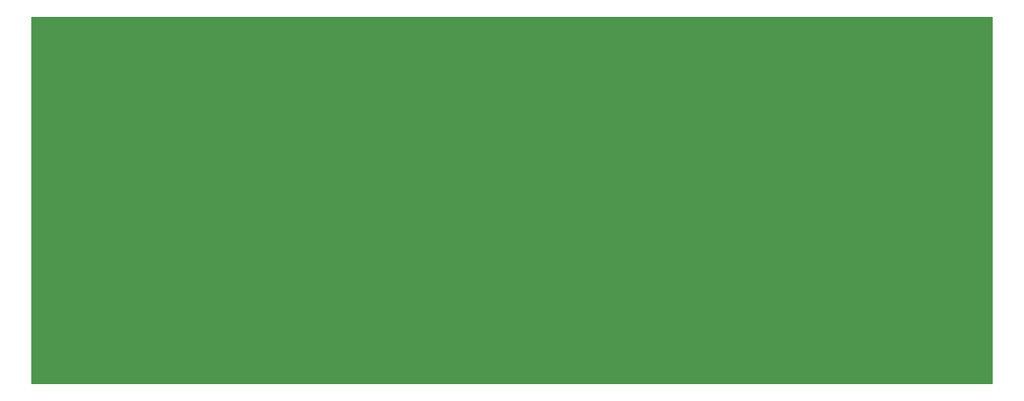
<source format=gbl>
G04 ===== Begin FILE IDENTIFICATION =====*
G04 File Format:  Gerber RS274X*
G04 ===== End FILE IDENTIFICATION =====*
%FSLAX24Y24*%
%MOIN*%
%SFA1.0000B1.0000*%
%OFA0.0B0.0*%
%ADD14C,0.055118*%
%LNcond2*%
%IPPOS*%
%LPD*%
G75*
D14*
X4612Y9378D03*
X3789Y8317D03*
X2613Y8192D03*
X1532Y8891D03*
X442Y8871D03*
X5597Y10364D03*
X6917Y11100D03*
X8160Y11875D03*
X9681Y12009D03*
X10953Y11999D03*
X11431Y10947D03*
X10943Y8374D03*
X11259Y9751D03*
X12512Y10708D03*
X13612Y10765D03*
X14262Y11645D03*
X15218Y11722D03*
X15161Y12822D03*
X17294Y12927D03*
X17629Y11798D03*
X17571Y10679D03*
X18811Y11183D03*
X19797Y11168D03*
X19707Y12259D03*
X22322Y12319D03*
X22696Y11333D03*
X22726Y10182D03*
X22263Y8987D03*
X21441Y8165D03*
X23802Y11437D03*
X25087Y11617D03*
X25102Y12618D03*
X25147Y13769D03*
X29346Y13843D03*
X29331Y13051D03*
X30243Y12678D03*
X31125Y11871D03*
X31991Y10870D03*
X32903Y10048D03*
X33471Y9211D03*
X34711Y8075D03*
X35339Y8837D03*
X36489Y8942D03*
X37461Y8972D03*
X426Y9986D03*
Y11313D03*
X474Y12460D03*
X545Y13740D03*
X1657Y13847D03*
X3044Y13895D03*
X4371Y13955D03*
X5758Y14050D03*
X7169Y14074D03*
X8663Y14050D03*
X9966Y14039D03*
X11209Y13955D03*
X12764Y14003D03*
X14342Y14050D03*
X15776Y14086D03*
X17295Y14134D03*
X18693D03*
X20224Y14015D03*
X21455Y14110D03*
X23021D03*
X24244Y14127D03*
X30581Y14067D03*
X32087Y14103D03*
X33558Y14007D03*
X34885D03*
X36259Y14031D03*
X37431Y14115D03*
X37299Y12908D03*
X37288Y11712D03*
X37311Y10481D03*
X528Y4072D03*
X1679Y4102D03*
X2561Y4983D03*
X3218Y3997D03*
X3801Y3220D03*
X4981Y2772D03*
X6207Y2816D03*
X7492Y2786D03*
X8299Y3444D03*
X8284Y4595D03*
X7178Y5447D03*
X7791Y6657D03*
X8553Y5701D03*
X9713Y5178D03*
X10402Y4275D03*
Y3510D03*
X10739Y2775D03*
X11833Y2760D03*
X13065Y2484D03*
X13899Y2163D03*
X14756Y2454D03*
X15046Y3624D03*
X15069Y4741D03*
X15046Y5744D03*
X16179Y5652D03*
X18853Y5566D03*
X19821Y5482D03*
X20646Y5494D03*
X18736Y4794D03*
X18028Y3112D03*
X18040Y2159D03*
X18219Y927D03*
X18900Y425D03*
X21901Y1369D03*
X21889Y2159D03*
X21973Y557D03*
X22858Y497D03*
X24065Y545D03*
X25368Y592D03*
X26683Y533D03*
X27927Y568D03*
X29254Y580D03*
X30760Y628D03*
X32087Y604D03*
X33378Y592D03*
X34502Y652D03*
X35841Y604D03*
X37084Y628D03*
X37216Y1621D03*
X37072Y2876D03*
X37144Y3976D03*
X35961Y4071D03*
X35160Y5004D03*
X34287Y4179D03*
X33008Y4035D03*
X31573Y4024D03*
X30258Y4000D03*
X29158Y4920D03*
X28178Y5781D03*
X27544Y6546D03*
X27042Y7455D03*
X25942Y8375D03*
X25751Y7084D03*
X25380Y5793D03*
X24400Y5088D03*
X23515Y4526D03*
X23145Y3390D03*
X22344Y2888D03*
X599Y2809D03*
X527Y1589D03*
X539Y525D03*
X1591D03*
X2883Y537D03*
X4126Y465D03*
X5549Y489D03*
X6565Y585D03*
X8011Y465D03*
X9625Y477D03*
X10869Y501D03*
X11992Y453D03*
X13236Y441D03*
X14599Y477D03*
X16009Y501D03*
X17217Y382D03*
G36*
G01X0Y0D02*
G01X37854D01*
G01Y14528D01*
G01X0D01*
G01Y0D01*
G37*
M02*


</source>
